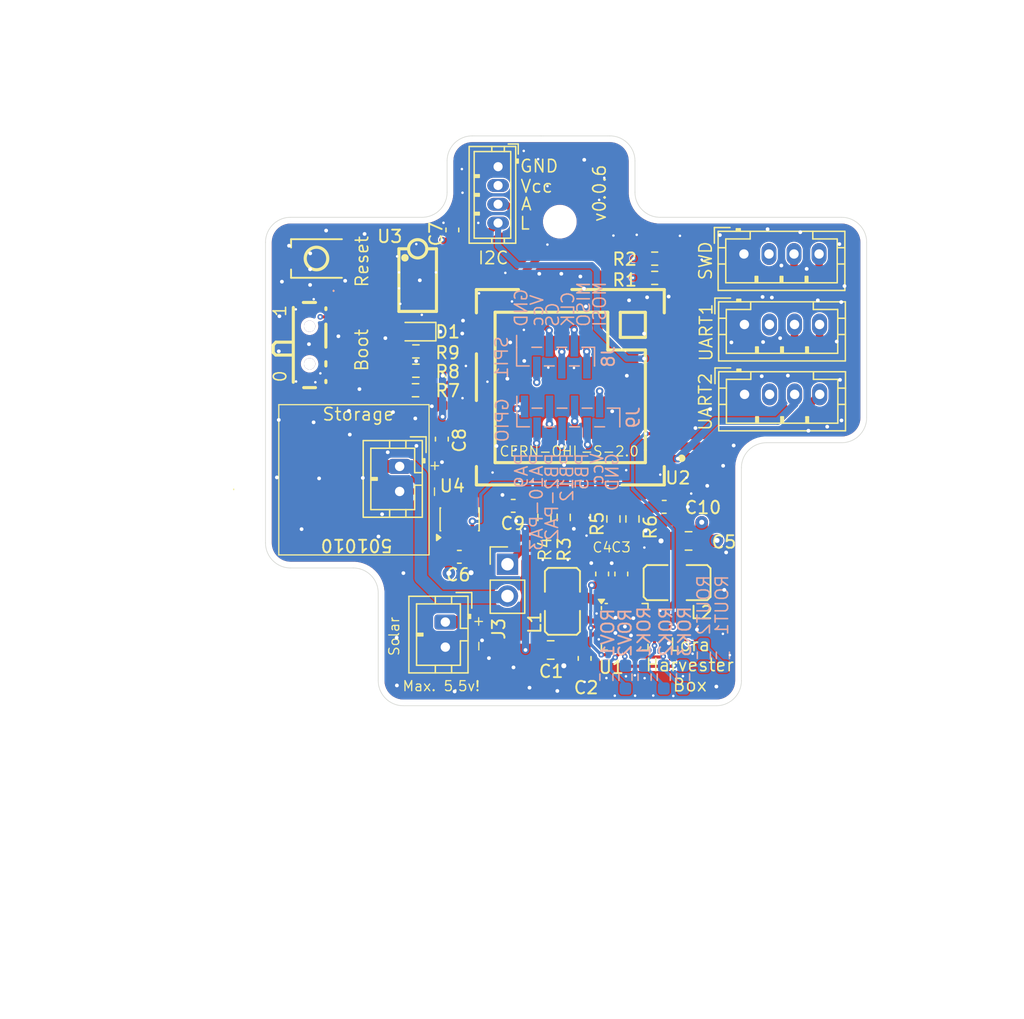
<source format=kicad_pcb>
(kicad_pcb (version 20241229) (generator "pcbnew") (generator_version "9.0")
  (layers (0 "F.Cu" signal "Front") (4 "In1.Cu" signal) (6 "In2.Cu" signal) (2 "B.Cu" signal "Back") (13 "F.Paste" user) (15 "B.Paste" user) (5 "F.SilkS" user "F.Silkscreen") (7 "B.SilkS" user "B.Silkscreen") (1 "F.Mask" user) (3 "B.Mask" user) (25 "Edge.Cuts" user))
  (net 0 "")
  (net 1 "/VBAT")
  (net 2 "GND")
  (net 3 "+3V0")
  (net 4 "/VSTOR")
  (net 5 "/VSOLAR")
  (net 6 "/VBAT_OK")
  (net 7 "Net-(U1-VREF_SAMP)")
  (net 8 "Net-(U1-LBOOST)")
  (net 9 "Net-(U1-LBUCK)")
  (net 10 "Net-(U1-OK_PROG)")
  (net 11 "Net-(U1-OK_HYST)")
  (net 12 "Net-(U1-VRDIV)")
  (net 13 "Net-(U1-VOUT_SET)")
  (net 14 "Net-(U1-VBAT_OV)")
  (net 15 "Net-(BT1-+)")
  (net 16 "Net-(J8-Pin_6)")
  (net 18 "Net-(J9-Pin_5)")
  (net 19 "Net-(J8-Pin_4)")
  (net 20 "Net-(J9-Pin_1)")
  (net 21 "Net-(J8-Pin_3)")
  (net 22 "Net-(J9-Pin_2)")
  (net 23 "Net-(J9-Pin_4)")
  (net 25 "Net-(J9-Pin_6)")
  (net 26 "Net-(J9-Pin_3)")
  (net 27 "Net-(J8-Pin_5)")
  (net 28 "/RST")
  (net 29 "/SWDIO")
  (net 30 "/SWCLK")
  (net 31 "/U1_TX")
  (net 32 "/U1_RX")
  (net 33 "/U2_RX")
  (net 34 "/U2_TX")
  (net 35 "/SCL")
  (net 36 "/SDA")
  (net 37 "/ADC_SOL")
  (net 38 "/ADC_BAT")
  (net 39 "Net-(R7-Pad1)")
  (net 40 "/BOOT")
  (net 41 "Net-(R8-Pad1)")
  (net 42 "Net-(D1-A)")
  (net 43 "Net-(U2-PA8)")
  (net 44 "/Vdd_Input")
  (footprint "Connector_JST:JST_PH_B4B-PH-K_1x04_P2.00mm_Vertical" (layer "F.Cu") (at 139.24 69.56)
    (property "Reference" "J5" (hide yes))
    (property "Value" "Conn_01x04_Socket" (hide yes))
  )
  (footprint "SolarMeshRepeater_Lib:SOIC-8_L5.0-W4.0-P1.27-LS6.0-BL" (layer "F.Cu") (at 113.15 66.014995 -90)
    (property "Reference" "U3")
    (property "Value" "FM24V10-GTR_C466851" (hide yes))
  )
  (footprint "Resistor_SMD:R_0603_1608Metric_Pad0.98x0.95mm_HandSolder" (layer "F.Cu") (at 113.0075 73.25)
    (property "Reference" "R8")
    (property "Value" "100" (hide yes))
  )
  (footprint "Resistor_SMD:R_0603_1608Metric_Pad0.98x0.95mm_HandSolder" (layer "F.Cu") (at 113.01 71.71 180)
    (property "Reference" "R9")
    (property "Value" "330" (hide yes))
  )
  (footprint "Resistor_SMD:R_0603_1608Metric_Pad0.98x0.95mm_HandSolder" (layer "F.Cu") (at 112.98 74.81)
    (property "Reference" "R7")
    (property "Value" "10k" (hide yes))
  )
  (footprint "Capacitor_SMD:C_0603_1608Metric_Pad1.08x0.95mm_HandSolder" (layer "F.Cu") (at 127.88 89.4775 90)
    (property "Reference" "C4")
    (property "Value" "4.7uF" (hide yes))
  )
  (footprint "Capacitor_SMD:C_0603_1608Metric_Pad1.08x0.95mm_HandSolder" (layer "F.Cu") (at 126.48 96.2225 -90)
    (property "Reference" "C2")
    (property "Value" "10nF" (hide yes))
  )
  (footprint "Connector_JST:JST_PH_B4B-PH-K_1x04_P2.00mm_Vertical" (layer "F.Cu") (at 139.2 63.93)
    (property "Reference" "J4" (hide yes))
    (property "Value" "Conn_01x04_Socket" (hide yes))
  )
  (footprint "Package_TO_SOT_SMD:SOT-23-6" (layer "F.Cu") (at 116.5 85.12 90)
    (property "Reference" "U4")
    (property "Value" "TPS22917DBV" (hide yes))
  )
  (footprint "Resistor_SMD:R_0603_1608Metric_Pad0.98x0.95mm_HandSolder" (layer "F.Cu") (at 124.81 84.9625 -90)
    (property "Reference" "R3")
    (property "Value" "500k" (hide yes))
  )
  (footprint "Resistor_SMD:R_0603_1608Metric_Pad0.98x0.95mm_HandSolder" (layer "F.Cu") (at 123.27 84.9625 90)
    (property "Reference" "R4")
    (property "Value" "500k" (hide yes))
  )
  (footprint "Capacitor_SMD:C_0603_1608Metric_Pad1.08x0.95mm_HandSolder" (layer "F.Cu") (at 120.78 84.04)
    (property "Reference" "C9")
    (property "Value" "100nF" (hide yes))
  )
  (footprint "Resistor_SMD:R_0603_1608Metric_Pad0.98x0.95mm_HandSolder" (layer "F.Cu") (at 128.78 85.0875 90)
    (property "Reference" "R5")
    (property "Value" "500k" (hide yes))
  )
  (footprint "Resistor_SMD:R_0603_1608Metric" (layer "F.Cu") (at 132.075 65.84 180)
    (property "Reference" "R1")
    (property "Value" "10k" (hide yes))
  )
  (footprint "Capacitor_SMD:C_0603_1608Metric_Pad1.08x0.95mm_HandSolder" (layer "F.Cu") (at 115.92 62.01 -90)
    (property "Reference" "C7")
    (property "Value" "100nF" (hide yes))
  )
  (footprint "Capacitor_SMD:C_0603_1608Metric_Pad1.08x0.95mm_HandSolder" (layer "F.Cu") (at 129.41 89.48 90)
    (property "Reference" "C3")
    (property "Value" "10nF" (hide yes))
  )
  (footprint "SolarMeshRepeater_Lib:L1210" (layer "F.Cu") (at 124.71 91.66375 90)
    (property "Reference" "L1")
    (property "Value" "22uH" (hide yes))
  )
  (footprint "Connector_PinHeader_2.54mm:PinHeader_1x02_P2.54mm_Vertical" (layer "F.Cu") (at 120.32 88.7)
    (property "Reference" "J3")
    (property "Value" "Conn_01x02_Pin" (hide yes))
  )
  (footprint "Connector_JST:JST_PH_B2B-PH-K_1x02_P2.00mm_Vertical" (layer "F.Cu") (at 115.36 93.32 -90)
    (property "Reference" "J1" (hide yes))
    (property "Value" "Conn_01x02_Pin" (hide yes))
  )
  (footprint "SolarMeshRepeater_Lib:SW-SMD_SSSS811101" (layer "F.Cu") (at 104.97 71.2 -90)
    (property "Reference" "SW1" (hide yes))
    (property "Value" "SSSS811101" (hide yes))
  )
  (footprint "Capacitor_SMD:C_0603_1608Metric_Pad1.08x0.95mm_HandSolder" (layer "F.Cu") (at 132.8375 84.12 180)
    (property "Reference" "C10")
    (property "Value" "100nF" (hide yes))
  )
  (footprint "Connector_JST:JST_ZH_B4B-ZR_1x04_P1.50mm_Vertical" (layer "F.Cu") (at 119.57 56.96 -90)
    (property "Reference" "J7" (hide yes))
    (property "Value" "Conn_01x04_Socket" (hide yes))
  )
  (footprint "SolarMeshRepeater_Lib:SW-SMD_L3.9-W3.0-P4.45" (layer "F.Cu") (at 105.07 64.29)
    (property "Reference" "SW2" (hide yes))
    (property "Value" "TS-1088-AR02016" (hide yes))
  )
  (footprint "Connector_JST:JST_PH_B2B-PH-K_1x02_P2.00mm_Vertical" (layer "F.Cu") (at 111.71 80.89 -90)
    (property "Reference" "J2" (hide yes))
    (property "Value" "Conn_01x02_Pin" (hide yes))
  )
  (footprint "Resistor_SMD:R_0603_1608Metric" (layer "F.Cu") (at 132.075 64.3 180)
    (property "Reference" "R2")
    (property "Value" "10k" (hide yes))
  )
  (footprint "SolarMeshRepeater_Lib:WIRELM-SMD_32P-L15.5-W15.0-P1.00" (layer "F.Cu") (at 125.33 74.59 180)
    (property "Reference" "U2")
    (property "Value" "RAK3172-8-SM-I" (hide yes))
  )
  (footprint "Connector_JST:JST_PH_B4B-PH-K_1x04_P2.00mm_Vertical" (layer "F.Cu") (at 139.25 75.14)
    (property "Reference" "J6" (hide yes))
    (property "Value" "Conn_01x04_Socket" (hide yes))
  )
  (footprint "SolarMeshRepeater_Lib:L1210" (layer "F.Cu") (at 133.86375 90.17)
    (property "Reference" "L2")
    (property "Value" "10uH" (hide yes))
  )
  (footprint "SolarMeshRepeater_Lib:501010" (layer "F.Cu") (at 102.06 81.96 90)
    (property "Reference" "BT1" (hide yes))
    (property "Value" "Battery" (hide yes))
  )
  (footprint "LED_SMD:LED_0603_1608Metric_Pad1.05x0.95mm_HandSolder" (layer "F.Cu") (at 112.945 70.13 180)
    (property "Reference" "D1")
    (property "Value" "LED" (hide yes))
  )
  (footprint "Capacitor_SMD:C_0805_2012Metric_Pad1.18x1.45mm_HandSolder" (layer "F.Cu") (at 123.77 95.55)
    (property "Reference" "C1")
    (property "Value" "4.7uF" (hide yes))
  )
  (footprint "Capacitor_SMD:C_0805_2012Metric_Pad1.18x1.45mm_HandSolder" (layer "F.Cu") (at 134.78 86.84)
    (property "Reference" "C5")
    (property "Value" "10uF" (hide yes))
  )
  (footprint "Capacitor_SMD:C_0603_1608Metric_Pad1.08x0.95mm_HandSolder" (layer "F.Cu") (at 115.08 78.7125 -90)
    (property "Reference" "C8")
    (property "Value" "100nF" (hide yes))
  )
  (footprint "MountingHole:MountingHole_2.2mm_M2" (layer "F.Cu") (at 124.5 61.35)
    (property "Reference" "H1" (hide yes))
    (property "Value" "MountingHole" (hide yes))
  )
  (footprint "Resistor_SMD:R_0603_1608Metric_Pad0.98x0.95mm_HandSolder" (layer "F.Cu") (at 130.3 85.0875 -90)
    (property "Reference" "R6")
    (property "Value" "500k" (hide yes))
  )
  (footprint "Capacitor_SMD:C_0603_1608Metric_Pad1.08x0.95mm_HandSolder" (layer "F.Cu") (at 116.4775 88.11 180)
    (property "Reference" "C6")
    (property "Value" "1uF" (hide yes))
  )
  (footprint "Package_DFN_QFN:QFN-20-1EP_3.5x3.5mm_P0.5mm_EP2x2mm" (layer "F.Cu") (at 129.68125 93.7)
    (property "Reference" "U1")
    (property "Value" "BQ25570" (hide yes))
  )
  (footprint "Resistor_SMD:R_0603_1608Metric_Pad0.98x0.95mm_HandSolder" (layer "B.Cu") (at 131.27 97.72 -90)
    (property "Reference" "ROK1")
    (property "Value" "4.3M" (hide yes))
  )
  (footprint "Resistor_SMD:R_0603_1608Metric_Pad0.98x0.95mm_HandSolder" (layer "B.Cu") (at 132.8 97.7125 -90)
    (property "Reference" "ROK2")
    (property "Value" "6.8M" (hide yes))
  )
  (footprint "Connector_PinHeader_1.00mm:PinHeader_1x06_P1.00mm_Vertical_SMD_Pin1Left" (layer "B.Cu") (at 124.16 72.125 -90)
    (property "Reference" "J8")
    (property "Value" "Conn_01x06_Socket" (hide yes))
  )
  (footprint "Resistor_SMD:R_0603_1608Metric_Pad0.98x0.95mm_HandSolder" (layer "B.Cu") (at 128.22 97.7225 -90)
    (property "Reference" "ROV1")
    (property "Value" "3.9M" (hide yes))
  )
  (footprint "Resistor_SMD:R_0603_1608Metric_Pad0.98x0.95mm_HandSolder" (layer "B.Cu") (at 137.52 95.975 90)
    (property "Reference" "ROUT1")
    (property "Value" "5.1M" (hide yes))
  )
  (footprint "Resistor_SMD:R_0603_1608Metric_Pad0.98x0.95mm_HandSolder" (layer "B.Cu") (at 134.34 97.71 -90)
    (property "Reference" "ROK3")
    (property "Value" "1.9M" (hide yes))
  )
  (footprint "Resistor_SMD:R_0603_1608Metric_Pad0.98x0.95mm_HandSolder" (layer "B.Cu") (at 129.74 97.72 -90)
    (property "Reference" "ROV2")
    (property "Value" "5.1M" (hide yes))
  )
  (footprint "Connector_PinHeader_1.00mm:PinHeader_1x08_P1.00mm_Vertical_SMD_Pin1Left" (layer "B.Cu") (at 125.18 76.985 -90)
    (property "Reference" "J9")
    (property "Value" "Conn_01x08_Socket" (hide yes))
  )
  (footprint "Resistor_SMD:R_0603_1608Metric_Pad0.98x0.95mm_HandSolder" (layer "B.Cu") (at 136 95.9775 90)
    (property "Reference" "ROUT2")
    (property "Value" "7.5M" (hide yes))
  )
  (gr_poly (pts (xy 133.06 91.49) (xy 133.08 88.2) (xy 130.66 88.15375) (xy 130.664775 92.33) (xy 130.73375 92.33) (xy 131.1 92.23) (xy 131.63 92.02)) (stroke (width 0.254)) (fill yes) (layer "F.Cu") (net 9))
  (gr_poly (pts (xy 131.01 93.173548) (xy 132.568429 93.186116) (xy 134.350206 92.365101) (xy 134.354801 92.376937) (xy 134.456541 88.28475) (xy 136.63375 88.22) (xy 136.603785 93.214219) (xy 131.01 93.26)) (stroke (width 0.254)) (fill yes) (layer "F.Cu") (net 3))
  (gr_poly (pts (xy 128.659843 91.543968) (xy 128.579843 91.533968) (xy 128.042278 91.517169) (xy 126.329843 90.963968) (xy 126.289843 89.043968) (xy 123.473578 89.027718) (xy 123.079843 89.023968) (xy 123.08 91.48) (xy 126.24 91.52) (xy 127.28 91.84) (xy 128.699843 92.343968) (xy 128.709843 91.563968)) (stroke (width 0.254)) (fill yes) (layer "F.Cu") (net 8))
  (gr_poly (pts (xy 126.973534 93.149245) (xy 126.12 92.46) (xy 123.162713 92.44549) (xy 123.131681 94.325423) (xy 126.331681 94.319173) (xy 126.321681 93.315423) (xy 128.371681 93.295423) (xy 128.371681 93.205423)) (stroke (width 0.254)) (fill yes) (layer "F.Cu") (net 5))
  (gr_line (start 98.46 82.75) (end 98.46 82.7) (stroke (width 0.1)) (layer "F.SilkS"))
  (gr_arc (start 112 100) (mid 110.585786 99.414214) (end 110 98) (stroke (width 0.05)) (layer "Edge.Cuts"))
  (gr_arc (start 115.5 56.5) (mid 116.085786 55.085786) (end 117.5 54.5) (stroke (width 0.05)) (layer "Edge.Cuts"))
  (gr_line (start 139 98) (end 139 81) (stroke (width 0.05)) (layer "Edge.Cuts"))
  (gr_line (start 101 87) (end 101 63) (stroke (width 0.05)) (layer "Edge.Cuts"))
  (gr_arc (start 132.5 61) (mid 131.085786 60.414214) (end 130.5 59) (stroke (width 0.05)) (layer "Edge.Cuts"))
  (gr_line (start 112 100) (end 137 100) (stroke (width 0.05)) (layer "Edge.Cuts"))
  (gr_line (start 117.5 54.5) (end 123 54.5) (stroke (width 0.05)) (layer "Edge.Cuts"))
  (gr_line (start 108 89) (end 103 89) (stroke (width 0.05)) (layer "Edge.Cuts"))
  (gr_arc (start 128.5 54.5) (mid 129.914214 55.085786) (end 130.5 56.5) (stroke (width 0.05)) (layer "Edge.Cuts"))
  (gr_arc (start 149 77) (mid 148.414214 78.414214) (end 147 79) (stroke (width 0.05)) (layer "Edge.Cuts"))
  (gr_arc (start 147 61) (mid 148.414214 61.585786) (end 149 63) (stroke (width 0.05)) (layer "Edge.Cuts"))
  (gr_line (start 115.5 59) (end 115.5 56.5) (stroke (width 0.05)) (layer "Edge.Cuts"))
  (gr_line (start 103 61) (end 113.5 61) (stroke (width 0.05)) (layer "Edge.Cuts"))
  (gr_arc (start 101 63) (mid 101.585786 61.585786) (end 103 61) (stroke (width 0.05)) (layer "Edge.Cuts"))
  (gr_arc (start 115.5 59) (mid 114.914214 60.414214) (end 113.5 61) (stroke (width 0.05)) (layer "Edge.Cuts"))
  (gr_line (start 110 98) (end 110 91) (stroke (width 0.05)) (layer "Edge.Cuts"))
  (gr_line (start 123 54.5) (end 128.5 54.5) (stroke (width 0.05)) (layer "Edge.Cuts"))
  (gr_line (start 147 61) (end 132.5 61) (stroke (width 0.05)) (layer "Edge.Cuts"))
  (gr_line (start 141 79) (end 147 79) (stroke (width 0.05)) (layer "Edge.Cuts"))
  (gr_arc (start 103 89) (mid 101.585786 88.414214) (end 101 87) (stroke (width 0.05)) (layer "Edge.Cuts"))
  (gr_arc (start 108 89) (mid 109.414214 89.585786) (end 110 91) (stroke (width 0.05)) (layer "Edge.Cuts"))
  (gr_line (start 149 77) (end 149 63) (stroke (width 0.05)) (layer "Edge.Cuts"))
  (gr_line (start 130.5 56.5) (end 130.5 59) (stroke (width 0.05)) (layer "Edge.Cuts"))
  (gr_arc (start 139 81) (mid 139.585786 79.585786) (end 141 79) (stroke (width 0.05)) (layer "Edge.Cuts"))
  (gr_arc (start 139 98) (mid 138.414214 99.414214) (end 137 100) (stroke (width 0.05)) (layer "Edge.Cuts"))
  (gr_text "Boot" (at 109.27 73.38 90) (layer "F.SilkS") (effects (font (size 1 1) (thickness 0.125)) (justify left bottom)))
  (gr_text "-" (at 114.9 83.47 90) (layer "F.SilkS") (effects (font (size 0.8 0.8) (thickness 0.1)) (justify left bottom)))
  (gr_text "Lora\nHarvester\nBox" (at 134.88 98.94 0) (layer "F.SilkS") (effects (font (size 1 1) (thickness 0.125)) (justify bottom)))
  (gr_text "0" (at 102.75 74.26 90) (layer "F.SilkS") (effects (font (size 1 1) (thickness 0.125)) (justify left bottom)))
  (gr_text "1" (at 102.73 69.03 90) (layer "F.SilkS") (effects (font (size 1 1) (thickness 0.125)) (justify left bottom)))
  (gr_text "Max. 5.5v!" (at 111.88 98.9 0) (layer "F.SilkS") (effects (font (size 0.8 0.8) (thickness 0.1)) (justify left bottom)))
  (gr_text "CERN-OHL-S-2.0" (at 119.62 80.16 0) (layer "F.SilkS") (effects (font (size 0.8 0.8) (thickness 0.1)) (justify left bottom)))
  (gr_text "Solar" (at 111.74 96.09 90) (layer "F.SilkS") (effects (font (size 0.8 0.8) (thickness 0.1)) (justify left bottom)))
  (gr_text "Storage" (at 105.47 77.31 0) (layer "F.SilkS") (effects (font (size 1 1) (thickness 0.125)) (justify left bottom)))
  (gr_text "SWD" (at 136.72 66.1 90) (layer "F.SilkS") (effects (font (size 1 1) (thickness 0.125)) (justify left bottom)))
  (gr_text "+" (at 117.46 93.68 0) (layer "F.SilkS") (effects (font (size 0.8 0.8) (thickness 0.1)) (justify left bottom)))
  (gr_text "v0.0.6" (at 128.25 61.45 90) (layer "F.SilkS") (effects (font (size 1 1) (thickness 0.125)) (justify left bottom)))
  (gr_text "I2C" (at 117.89 64.83 0) (layer "F.SilkS") (effects (font (size 1 1) (thickness 0.125)) (justify left bottom)))
  (gr_text "UART2" (at 136.71 78.12 90) (layer "F.SilkS") (effects (font (size 1 1) (thickness 0.125)) (justify left bottom)))
  (gr_text "UART1" (at 136.77 72.58 90) (layer "F.SilkS") (effects (font (size 1 1) (thickness 0.125)) (justify left bottom)))
  (gr_text "GND" (at 121.24 57.5 0) (layer "F.SilkS") (effects (font (size 1 1) (thickness 0.125)) (justify left bottom)))
  (gr_text "Reset" (at 109.29 66.67 90) (layer "F.SilkS") (effects (font (size 1 1) (thickness 0.125)) (justify left bottom)))
  (gr_text "-" (at 118.44 95.8 90) (layer "F.SilkS") (effects (font (size 0.8 0.8) (thickness 0.1)) (justify left bottom)))
  (gr_text "L" (at 121.21 62.06 0) (layer "F.SilkS") (effects (font (size 1 1) (thickness 0.125)) (justify left bottom)))
  (gr_text "Vcc" (at 121.28 59.11 0) (layer "F.SilkS") (effects (font (size 1 1) (thickness 0.125)) (justify left bottom)))
  (gr_text "+" (at 114.93 81.4 90) (layer "F.SilkS") (effects (font (size 0.8 0.8) (thickness 0.1)) (justify left bottom)))
  (gr_text "A" (at 121.32 60.53 0) (layer "F.SilkS") (effects (font (size 1 1) (thickness 0.125)) (justify left bottom)))
  (gr_text "GND" (at 129.27 79.74 90) (layer "B.SilkS") (effects (font (size 1 1) (thickness 0.125)) (justify left bottom mirror)))
  (gr_text "SPI1" (at 120.44 70.41 90) (layer "B.SilkS") (effects (font (size 1 1) (thickness 0.125)) (justify left bottom mirror)))
  (gr_text "PA9" (at 122.02 79.74 90) (layer "B.SilkS") (effects (font (size 1 1) (thickness 0.125)) (justify left bottom mirror)))
  (gr_text "MOSI" (at 128.26 66.043334 90) (layer "B.SilkS") (effects (font (size 1 1) (thickness 0.125)) (justify left bottom mirror)))
  (gr_text "PB12" (at 125.65 79.74 90) (layer "B.SilkS") (effects (font (size 1 1) (thickness 0.125)) (justify left bottom mirror)))
  (gr_text "CLK" (at 125.73 66.852857 90) (layer "B.SilkS") (effects (font (size 1 1) (thickness 0.125)) (justify left bottom mirror)))
  (gr_text "Vcc" (at 128.06 79.74 90) (layer "B.SilkS") (effects (font (size 1 1) (thickness 0.125)) (justify left bottom mirror)))
  (gr_text "." (at 106.69 67.015 0) (layer "B.SilkS") (effects (font (size 0.8 0.8) (thickness 0.1)) (justify left bottom mirror)))
  (gr_text "PB5" (at 126.86 79.74 90) (layer "B.SilkS") (effects (font (size 1 1) (thickness 0.125)) (justify left bottom mirror)))
  (gr_text "GND" (at 122 66.614762 90) (layer "B.SilkS") (effects (font (size 1 1) (thickness 0.125)) (justify left bottom mirror)))
  (gr_text "GPIO" (at 120.49 75.36 90) (layer "B.SilkS") (effects (font (size 1 1) (thickness 0.125)) (justify left bottom mirror)))
  (gr_text "CS" (at 124.51 67.71 90) (layer "B.SilkS") (effects (font (size 1 1) (thickness 0.125)) (justify left bottom mirror)))
  (gr_text "Vcc" (at 123.26 67.090952 90) (layer "B.SilkS") (effects (font (size 1 1) (thickness 0.125)) (justify left bottom mirror)))
  (gr_text "PB2-PA2" (at 124.45 79.74 90) (layer "B.SilkS") (effects (font (size 1 1) (thickness 0.125)) (justify left bottom mirror)))
  (gr_text "MISO" (at 126.99 66.043334 90) (layer "B.SilkS") (effects (font (size 1 1) (thickness 0.125)) (justify left bottom mirror)))
  (gr_text "PA10-PA3" (at 123.22 79.74 90) (layer "B.SilkS") (effects (font (size 1 1) (thickness 0.125)) (justify left bottom mirror)))
  (segment (start 128.76 87.41) (end 121.61 87.41) (width 0.6) (layer "F.Cu") (net 1))
  (segment (start 130.22 91.07) (end 130.22 87.43) (width 0.25) (layer "F.Cu") (net 1))
  (segment (start 128.78 87.39) (end 128.76 87.41) (width 0.6) (layer "F.Cu") (net 1))
  (segment (start 128.78 86) (end 128.78 87.39) (width 0.6) (layer "F.Cu") (net 1))
  (segment (start 121.61 87.41) (end 120.32 88.7) (width 0.6) (layer "F.Cu") (net 1))
  (segment (start 130.22 87.41) (end 130.23 87.42) (width 0.6) (layer "F.Cu") (net 1))
  (segment (start 129.68125 92.0125) (end 129.68125 91.60875) (width 0.25) (layer "F.Cu") (net 1))
  (segment (start 129.68125 91.60875) (end 130.22 91.07) (width 0.25) (layer "F.Cu") (net 1))
  (segment (start 130.22 87.43) (end 130.23 87.42) (width 0.25) (layer "F.Cu") (net 1))
  (segment (start 129.81 87.41) (end 130.22 87.41) (width 0.6) (layer "F.Cu") (net 1))
  (segment (start 128.76 87.41) (end 129.81 87.41) (width 0.6) (layer "F.Cu") (net 1))
  (segment (start 130.18125 92.8175) (end 130.3725 93.00875) (width 0.254) (layer "F.Cu") (net 2))
  (segment (start 103.42 74.13) (end 103.44 74.11) (width 0.25) (layer "F.Cu") (net 2))
  (segment (start 130.3 86) (end 131.32 86) (width 0.6) (layer "F.Cu") (net 2))
  (segment (start 111.644995 65.384995) (end 111.66 65.4) (width 0.5) (layer "F.Cu") (net 2))
  (segment (start 105.26 83.61) (end 108.89 83.61) (width 1) (layer "F.Cu") (net 2))
  (segment (start 132.52 92.46) (end 132.27 92.71) (width 0.254) (layer "F.Cu") (net 2))
  (segment (start 127.99375 94.7) (end 127.61 94.7) (width 0.254) (layer "F.Cu") (net 2))
  (segment (start 133.7 84.12) (end 134.72 84.12) (width 0.6) (layer "F.Cu") (net 2))
  (segment (start 105.62 74.81) (end 104.98 74.17) (width 0.5) (layer "F.Cu") (net 2))
  (segment (start 119.9175 83.1725) (end 119.92 83.17) (width 0.6) (layer "F.Cu") (net 2))
  (segment (start 102.89 64.29) (end 102.89 63.28) (width 0.5) (layer "F.Cu") (net 2))
  (segment (start 110.44 65.384995) (end 111.644995 65.384995) (width 0.5) (layer "F.Cu") (net 2))
  (segment (start 130.68125 92.7) (end 130.3725 93.00875) (width 0.254) (layer "F.Cu") (net 2))
  (segment (start 132.52 92.42) (end 132.52 92.46) (width 0.254) (layer "F.Cu") (net 2))
  (segment (start 110.44 67.914995) (end 111.755005 67.914995) (width 0.5) (layer "F.Cu") (net 2))
  (segment (start 119.9175 84.04) (end 119.9175 83.1725) (width 0.6) (layer "F.Cu") (net 2))
  (segment (start 116.035 79.575) (end 115.08 79.575) (width 0.6) (layer "F.Cu") (net 2))
  (segment (start 127.88 88.615) (end 127.015 88.615) (width 0.6) (layer "F.Cu") (net 2))
  (segment (start 130.18125 94.39) (end 130.18125 95.3875) (width 0.25) (layer "F.Cu") (net 2))
  (segment (start 116.5 86.2575) (end 116.5 87.27) (width 0.6) (layer "F.Cu") (net 2))
  (segment (start 104.86 67.55) (end 104.85 67.54) (width 0.25) (layer "F.Cu") (net 2))
  (segment (start 109.61 82.89) (end 111.71 82.89) (width 1) (layer "F.Cu") (net 2))
  (segment (start 116.77 69.25) (end 118.02 69.25) (width 0.6) (layer "F.Cu") (net 2))
  (segment (start 131.36875 92.7) (end 130.68125 92.7) (width 0.254) (layer "F.Cu") (net 2))
  (segment (start 108.89 83.61) (end 109.61 82.89) (width 1) (layer "F.Cu") (net 2))
  (segment (start 116.34 79.27) (end 116.035 79.575) (width 0.6) (layer "F.Cu") (net 2))
  (segment (start 127.435 92.635) (end 127.5 92.7) (width 0.254) (layer "F.Cu") (net 2))
  (segment (start 126.48 97.085) (end 126.48 98.1) (width 0.6) (layer "F.Cu") (net 2))
  (segment (start 102.89 63.28) (end 102.88 63.27) (width 0.5) (layer "F.Cu") (net 2))
  (segment (start 117.41 89.38) (end 117.34 89.31) (width 0.6) (layer "F.Cu") (net 2))
  (segment (start 125.62 85.875) (end 124.81 85.875) (width 0.5) (layer "F.Cu") (net 2))
  (segment (start 103.42 74.85) (end 103.42 74.13) (width 0.25) (layer "F.Cu") (net 2))
  (segment (start 130.18125 92.0125) (end 130.18125 93.2) (width 0.25) (layer "F.Cu") (net 2))
  (segment (start 116.72 70.27) (end 116.71 70.28) (width 0.6) (layer "F.Cu") (net 2))
  (segment (start 131.32 86) (end 131.35 86.03) (width 0.6) (layer "F.Cu") (net 2))
  (segment (start 127.5 92.7) (end 127.99375 92.7) (width 0.254) (layer "F.Cu") (net 2))
  (segment (start 115.08 79.575) (end 115.08 80.54) (width 0.6) (layer "F.Cu") (net 2))
  (segment (start 132.62 70.27) (end 131.25 70.27) (width 0.5) (layer "F.Cu") (net 2))
  (segment (start 119.43 79.27) (end 119.44 79.26) (width 0.6) (layer "F.Cu") (net 2))
  (segment (start 124.83 80.79) (end 124.84 80.78) (width 0.6) (layer "F.Cu") (net 2))
  (segment (start 110.44 64.104995) (end 111.494995 64.104995) (width 0.5) (layer "F.Cu") (net 2))
  (segment (start 127.015 88.615) (end 127.01 88.61) (width 0.25) (layer "F.Cu") (net 2))
  (segment (start 111.755005 67.914995) (end 111.76 67.91) (width 0.5) (layer "F.Cu") (net 2))
  (segment (start 116.5 87.27) (end 117.34 88.11) (width 0.6) (layer "F.Cu") (net 2))
  (segment (start 117.34 89.31) (end 117.34 88.11) (width 0.6) (layer "F.Cu") (net 2))
  (segment (start 111.494995 64.104995) (end 111.51 64.12) (width 0.5) (layer "F.Cu") (net 2))
  (segment (start 114.95 70.12) (end 114.96 70.13) (width 0.5) (layer "F.Cu") (net 2))
  (segment (start 115.08 80.54) (end 115.09 80.55) (width 0.6) (layer "F.Cu") (net 2))
  (segment (start 115.5025 61.1475) (end 115.21 61.44) (width 0.6) (layer "F.Cu") (net 2))
  (segment (start 110.44 66.644995) (end 111.634995 66.644995) (width 0.5) (layer "F.Cu") (net 2))
  (segment (start 127.843295 94.7) (end 127.99375 94.7) (width 0.254) (layer "F.Cu") (net 2))
  (segment (start 131.25 70.27) (end 131.23 70.29) (width 0.5) (layer "F.Cu") (net 2))
  (segment (start 132.27 92.71) (end 131.83 92.71) (width 0.254) (layer "F.Cu") (net 2))
  (segment (start 131.82 92.7) (end 131.36875 92.7) (width 0.254) (layer "F.Cu") (net 2))
  (segment (start 118.04 70.27) (end 116.72 70.27) (width 0.6) (layer "F.Cu") (net 2))
  (segment (start 105.62 67.55) (end 104.86 67.55) (width 0.25) (layer "F.Cu") (net 2))
  (segment (start 127.99375 92.7) (end 128.68125 92.7) (width 0.254) (layer "F.Cu") (net 2))
  (segment (start 115.86 65.384995) (end 114.625005 65.384995) (width 0.5) (layer "F.Cu") (net 2))
  (segment (start 133.7425 86.84) (end 132.58 86.84) (width 1) (layer "F.Cu") (net 2))
  (segment (start 128.68125 92.7) (end 128.9525 92.97125) (width 0.254) (layer "F.Cu") (net 2))
  (segment (start 124.83 82.16) (end 124.83 80.79) (width 0.6) (layer "F.Cu") (net 2))
  (segment (start 111.634995 66.644995) (end 111.66 66.67) (width 0.5) (layer "F.Cu") (net 2))
  (segment (start 114.625005 65.384995) (end 114.61 65.4) (width 0.5) (layer "F.Cu") (net 2))
  (segment (start 106.52 73.45) (end 105.39 73.45) (width 0.25) (layer "F.Cu") (net 2))
  (segment (start 128.68125 94.7) (end 129.68125 93.7) (width 0.254) (layer "F.Cu") (net 2))
  (segment (start 118.04 79.27) (end 119.43 79.27) (width 0.6) (layer "F.Cu") (net 2))
  (segment (start 131.83 92.71) (end 131.82 92.7) (width 0.254) (layer "F.Cu") (net 2))
  (segment (start 128.64 88.6175) (end 127.8825 88.6175) (width 0.6) (layer "F.Cu") (net 2))
  (segment (start 124.8075 95.55) (end 124.8075 96.7975) (width 1) (layer "F.Cu") (net 2))
  (segment (start 103.42 67.55) (end 103.42 68.35) (width 0.25) (layer "F.Cu") (net 2))
  (segment (start 129.41 88.6175) (end 128.64 88.6175) (width 0.6) (layer "F.Cu") (net 2))
  (segment (start 124.8075 96.7975) (end 124.82 96.81) (width 1) (layer "F.Cu") (net 2))
  (segment (start 118.04 79.27) (end 116.34 79.27) (width 0.6) (layer "F.Cu") (net 2))
  (segment (start 115.92 61.1475) (end 115.5025 61.1475) (width 0.6) (layer "F.Cu") (net 2))
  (segment (start 127.99375 94.7) (end 128.68125 94.7) (width 0.254) (layer "F.Cu") (net 2))
  (segment (start 105.39 73.45) (end 105.38 73.46) (width 0.25) (layer "F.Cu") (net 2))
  (segment (start 113.87 70.12) (end 114.95 70.12) (width 0.5) (layer "F.Cu") (net 2))
  (via (at 119.92 83.17) (size 0.6) (drill 0.3) (layers "F.Cu" "B.Cu") (net 2))
  (via (at 120.68 67.72) (size 0.45) (drill 0.2) (layers "F.Cu" "B.Cu") (net 2))
  (via (at 115.21 61.44) (size 0.45) (drill 0.2) (layers "F.Cu" "B.Cu") (net 2))
  (via (at 104.57 63.88) (size 0.6) (drill 0.3) (layers "F.Cu" "B.Cu") (net 2))
  (via (at 116.77 69.25) (size 0.6) (drill 0.3) (layers "F.Cu" "B.Cu") (net 2))
  (via (at 121.63 69.99) (size 0.45) (drill 0.2) (layers "F.Cu" "B.Cu") (net 2))
  (via (at 116.71 70.28) (size 0.6) (drill 0.3) (layers "F.Cu" "B.Cu") (net 2))
  (via (at 145.1 67.63) (size 0.6) (drill 0.3) (layers "F.Cu" "B.Cu") (net 2))
  (via (at 126.48 98.1) (size 0.45) (drill 0.2) (layers "F.Cu" "B.Cu") (net 2))
  (via (at 119.44 79.26) (size 0.6) (drill 0.3) (layers "F.Cu" "B.Cu") (net 2))
  (via (at 122.86 65.51) (size 0.6) (drill 0.3) (layers "F.Cu" "B.Cu") (net 2))
  (via (at 135.1 95.85) (size 0.45) (drill 0.2) (layers "F.Cu" "B.Cu") (net 2))
  (via (at 104.56 66.4) (size 0.6) (drill 0.3) (layers "F.Cu" "B.Cu") (net 2))
  (via (at 102.06 71.7) (size 0.6) (drill 0.3) (layers "F.Cu" "B.Cu") (net 2))
  (via (at 124.3 98.82) (size 0.6) (drill 0.3) (layers "F.Cu" "B.Cu") (net 2))
  (via (at 137.78 87.76) (size 0.6) (drill 0.3) (layers "F.Cu" "B.Cu") (net 2))
  (via (at 118.72 74.13) (size 0.45) (drill 0.2) (layers "F.Cu" "B.Cu") (net 2))
  (via (at 130.51 99.2) (size 0.45) (drill 0.2) (layers "F.Cu" "B.Cu") (net 2))
  (via (at 113.03 72.48) (size 0.6) (drill 0.3) (layers "F.Cu" "B.Cu") (net 2))
  (via (at 137 98.47) (size 0.6) (drill 0.3) (layers "F.Cu" "B.Cu") (net 2))
  (via (at 136.27 82.44) (size 0.6) (drill 0.3) (layers "F.Cu" "B.Cu") (net 2))
  (via (at 131.27 97.8) (size 0.45) (drill 0.2) (layers "F.Cu" "B.Cu") (net 2))
  (via (at 127.435 92.635) (size 0.45) (drill 0.2) (layers "F.Cu" "B.Cu") (net 2))
  (via (at 140.73 70.96) (size 0.6) (drill 0.3) (layers "F.Cu" "B.Cu") (net 2))
  (via (at 102.31 66.14) (size 0.6) (drill 0.3) (layers "F.Cu" "B.Cu") (net 2))
  (via (at 142.09 70.65) (size 0.6) (drill 0.3) (layers "F.Cu" "B.Cu") (net 2))
  (via (at 102.06 77.18) (size 0.6) (drill 0.3) (layers "F.Cu" "B.Cu") (net 2))
  (via (at 143.7 62.19) (size 0.6) (drill 0.3) (layers "F.Cu" "B.Cu") (net 2))
  (via (at 126.14 65.73) (size 0.6) (drill 0.3) (layers "F.Cu" "B.Cu") (net 2))
  (via (at 123.51 63.18) (size 0.45) (drill 0.2) (layers "F.Cu" "B.Cu") (net 2))
  (via (at 146.87 73.98) (size 0.6) (drill 0.3) (layers "F.Cu" "B.Cu") (net 2))
  (via (at 129.85 73.65) (size 0.6) (drill 0.3) (layers "F.Cu" "B.Cu") (net 2))
  (via (at 128.78 62.46) (size 0.45) (drill 0.2) (layers "F.Cu" "B.Cu") (net 2))
  (via (at 129.6975 93.68375) (size 0.5) (drill 0.3) (layers "F.Cu" "B.Cu") (net 2))
  (via (at 144.21 65.12) (size 0.6) (drill 0.3) (layers "F.Cu" "B.Cu") (net 2))
  (via (at 138.08 95.96) (size 0.45) (drill 0.2) (layers "F.Cu" "B.Cu") (net 2))
  (via (at 105.84 62.06) (size 0.6) (drill 0.3) (layers "F.Cu" "B.Cu") (net 2))
  (via (at 130.03 67.63) (size 0.6) (drill 0.3) (layers "F.Cu" "B.Cu") (net 2))
  (via (at 125.62 85.875) (size 0.6) (drill 0.3) (layers "F.Cu" "B.Cu") (net 2))
  (via (at 121.01 85.24) (size 0.6) (drill 0.3) (layers "F.Cu" "B.Cu") (net 2))
  (via (at 138.2 70.99) (size 0.6) (drill 0.3) (layers "F.Cu" "B.Cu") (net 2))
  (via (at 128.05 57.85) (size 0.45) (drill 0.2) (layers "F.Cu" "B.Cu") (net 2))
  (via (at 122.08 98.56) (size 0.6) (drill 0.3) (layers "F.Cu" "B.Cu") (net 2))
  (via (at 127.01 88.61) (size 0.6) (drill 0.3) (layers "F.Cu" "B.Cu") (net 2))
  (via (at 128.9525 92.97125) (size 0.5) (drill 0.3) (layers "F.Cu" "B.Cu") (net 2))
  (via (at 131.47 67.39) (size 0.6) (drill 0.3) (layers "F.Cu" "B.Cu") (net 2))
  (via (at 131.35 86.03) (size 0.6) (drill 0.3) (layers "F.Cu" "B.Cu") (net 2))
  (via (at 133.19 67.33) (size 0.6) (drill 0.3) (layers "F.Cu" "B.Cu") (net 2))
  (via (at 142.19 64.85) (size 0.6) (drill 0.3) (layers "F.Cu" "B.Cu") (net 2))
  (via (at 120.15 65.44) (size 0.45) (drill 0.2) (layers "F.Cu" "B.Cu") (net 2))
  (via (at 140.69 67.36) (size 0.6) (drill 0.3) (layers "F.Cu" "B.Cu") (net 2))
  (via (at 110.31 84.71) (size 0.6) (drill 0.3) (layers "F.Cu" "B.Cu") (net 2))
  (via (at 104.85 67.54) (size 0.45) (drill 0.2) (layers "F.Cu" "B.Cu") (net 2))
  (via (at 128.68 76.49) (size 0.6) (drill 0.3) (layers "F.Cu" "B.Cu") (net 2))
  (via (at 123.58 73) (size 0.45) (drill 0.2) (layers "F.Cu" "B.Cu") (net 2))
  (via (at 116.73 59.04) (size 0.45) (drill 0.2) (layers "F.Cu" "B.Cu") (net 2))
  (via (at 130.64 62.4) (size 0.45) (drill 0.2) (layers "F.Cu" "B.Cu") (net 2))
  (via (at 134.33 97.64) (size 0.45) (drill 0.2) (layers "F.Cu" "B.Cu") (net 2))
  (via (at 129.78 97.65) (size 0.45) (drill 0.2) (layers "F.Cu" "B.Cu") (net 2))
  (via (at 102.88 63.27) (size 0.6) (drill 0.3) (layers "F.Cu" "B.Cu") (net 2))
  (via (at 113.05 79.25) (size 0.6) (drill 0.3) (layers "F.Cu" "B.Cu") (net 2))
  (via (at 134.72 84.12) (size 0.6) (drill 0.3) (layers "F.Cu" "B.Cu") (net 2))
  (via (at 135.33 77.83) (size 0.6) (drill 0.3) (layers "F.Cu" "B.Cu") (net 2))
  (via (at 110.57 70.65) (size 0.6) (drill 0.3) (layers "F.Cu" "B.Cu") (net 2))
  (via (at 145.85 77.72) (size 0.6) (drill 0.3) (layers "F.Cu" "B.Cu") (net 2))
  (via (at 113.04 63.14) (size 0.45) (drill 0.2) (layers "F.Cu" "B.Cu") (net 2))
  (via (at 128.64 88.6175) (size 0.6) (drill 0.3) (layers "F.Cu" "B.Cu") (net 2))
  (via (at 130.18125 94.39) (size 0.5) (drill 0.3) (layers "F.Cu" "B.Cu") (net 2))
  (via (at 126.45 56.41) (size 0.6) (drill 0.3) (layers "F.Cu" "B.Cu") (net 2))
  (via (at 127.64 59.61) (size 0.45) (drill 0.2) (layers "F.Cu" "B.Cu") (net 2))
  (via (at 120.54 70.99) (size 0.6) (drill 0.3) (layers "F.Cu" "B.Cu") (net 2))
  (via (at 114.28 76.09) (size 0.6) (drill 0.3) (layers "F.Cu" "B.Cu") (net 2))
  (via (at 146.99 77.22) (size 0.6) (drill 0.3) (layers "F.Cu" "B.Cu") (net 2))
  (via (at 142.71 73.64) (size 0.6) (drill 0.3) (layers "F.Cu" "B.Cu") (net 2))
  (via (at 103.42 68.35) (size 0.45) (drill 0.2) (layers "F.Cu" "B.Cu") (net 2))
  (via (at 105.38 73.46) (size 0.45) (drill 0.2) (layers "F.Cu" "B.Cu") (net 2))
  (via (at 122.77 56.36) (size 0.45) (drill 0.2) (layers "F.Cu" "B.Cu") (net 2))
  (via (at 131.25 87.37) (size 0.45) (drill 0.2) (layers "F.Cu" "B.Cu") (net 2))
  (via (at 124.62 65.51) (size 0.6) (drill 0.3) (layers "F.Cu" "B.Cu") (net 2))
  (via (at 119.13 81.38) (size 0.45) (drill 0.2) (layers "F.Cu" "B.Cu") (net 2))
  (via (at 141.09 61.95) (size 0.6) (drill 0.3) (layers "F.Cu" "B.Cu") (net 2))
  (via (at 108.91 62.33) (size 0.6) (drill 0.3) (layers "F.Cu" "B.Cu") (net 2))
  (via (at 146.82 63.14) (size 0.6) (drill 0.3) (layers "F.Cu" "B.Cu") (net 2))
  (via (at 108.77 81.81) (size 0.6) (drill 0.3) (layers "F.Cu" "B.Cu") (net 2))
  (via (at 114.61 65.4) (size 0.45) (drill 0.2) (layers "F.Cu" "B.Cu") (net 2))
  (via (at 116.1 98.86) (size 0.6) (drill 0.3) (layers "F.Cu" "B.Cu") (net 2))
  (via (at 104.47 71.13) (size 0.6) (drill 0.3) (layers "F.Cu" "B.Cu") (net 2))
  (via (at 115.09 80.55) (size 0.5) (drill 0.3) (layers "F.Cu" "B.Cu") (net 2))
  (via (at 128.937499 94.193749) (size 0.5) (drill 0.3) (layers "F.Cu" "B.Cu") (net 2))
  (via (at 130.3725 93.00875) (size 0.5) (drill 0.3) (layers "F.Cu" "B.Cu") (net 2))
  (via (at 141.43 67.41) (size 0.6) (drill 0.3) (layers "F.Cu" "B.Cu") (net 2))
  (via (at 137.28 62.42) (size 0.6) (drill 0.3) (layers "F.Cu" "B.Cu") (net 2))
  (via (at 120.97 79.53) (size 0.45) (drill 0.2) (layers "F.Cu" "B.Cu") (net 2))
  (via (at 118.05 67.07) (size 0.45) (drill 0.2) (layers "F.Cu" "B.Cu") (net 2))
  (via (at 111.51 64.12) (size 0.45) (drill 0.2) (layers "F.Cu" "B.Cu") (net 2))
  (via (at 103.44 74.11) (size 0.45) (drill 0.2) (layers "F.Cu" "B.Cu") (net 2))
  (via (at 117.41 89.38) (size 1) (drill 0.4) (layers "F.Cu" "B.Cu") (net 2))
  (via (at 132.52 81.55) (size 0.45) (drill 0.2) (layers "F.Cu" "B.Cu") (net 2))
  (via (at 126.87 84.98) (size 0.45) (drill 0.2) (layers "F.Cu" "B.Cu") (net 2))
  (via (at 137.52 94.26) (size 0.45) (drill 0.2) (layers "F.Cu" "B.Cu") (net 2))
  (via (at 111.66 65.4) (size 0.45) (drill 0.2) (layers "F.Cu" "B.Cu") (net 2))
  (via (at 111.66 66.67) (size 0.45) (drill 0.2) (layers "F.Cu" "B.Cu") (net 2))
  (via (at 113.48 68.79) (size 0.45) (drill 0.2) (layers "F.Cu" "B.Cu") (net 2))
  (via (at 104.84 77.37) (size 0.6) (drill 0.3) (layers "F.Cu" "B.Cu") (net 2))
  (via (at 128.22 97.79) (size 0.45) (drill 0.2) (layers "F.Cu" "B.Cu") (net 2))
  (via (at 118.84 96.2) (size 0.6) (drill 0.3) (layers "F.Cu" "B.Cu") (net 2))
  (via (at 104.56 65.15) (size 0.6) (drill 0.3) (layers "F.Cu" "B.Cu") (net 2))
  (via (at 121.62 55.7) (size 0.45) (drill 0.2) (layers "F.Cu" "B.Cu") (net 2))
  (via (at 106.82 70.5) (size 0.6) (drill 0.3) (layers "F.Cu" "B.Cu") (net 2))
  (via (at 127.61 94.7) (size 0.45) (drill 0.2) (layers "F.Cu" "B.Cu") (net 2))
  (via (at 132.58 86.84) (size 1) (drill 0.4) (layers "F.Cu" "B.Cu") (net 2))
  (via (at 124.82 96.81) (size 1) (drill 0.4) (layers "F.Cu" "B.Cu") (net 2))
  (via (at 114.96 70.13) (size 0.6) (drill 0.3) (layers "F.Cu" "B.Cu") (net 2))
  (via (at 111.76 67.91) (size 0.45) (drill 0.2) (layers "F.Cu" "B.Cu") (net 2))
  (via (at 112.01 89.41) (size 0.6) (drill 0.3) (layers "F.Cu" "B.Cu") (net 2))
  (via (at 102.11 68.9) (size 0.6) (drill 0.3) (layers "F.Cu" "B.Cu") (net 2))
  (via (at 123.51 58.51) (size 0.45) (drill 0.2) (layers "F.Cu" "B.Cu") (net 2))
  (via (at 116.73 75.44) (size 0.45) (drill 0.2) (layers "F.Cu" "B.Cu") (net 2))
  (via (at 146.61 70.92) (size 0.6) (drill 0.3) (layers "F.Cu" "B.Cu") (net 2))
  (via (at 101.91 81.77) (size 0.6) (drill 0.3) (layers "F.Cu" "B.Cu") (net 2))
  (via (at 113.32 66.03) (size 0.6) (drill 0.3) (layers "F.Cu" "B.Cu") (net 2))
  (via (at 126.43 66.69) (size 0.6) (drill 0.3) (layers "F.Cu" "B.Cu") (net 2))
  (via (at 126.58 68.12) (size 0.6) (drill 0.3) (layers "F.Cu" "B.Cu") (net 2))
  (via (at 107.36 66.07) (size 0.6) (drill 0.3) (layers "F.Cu" "B.Cu") (net 2))
  (via (at 147.23 66.49) (size 0.6) (drill 0.3) (layers "F.Cu" "B.Cu") (net 2))
  (via (at 111.49 98.38) (size 0.6) (drill 0.3) (layers "F.Cu" "B.Cu") (net 2))
  (via (at 116.68 57.15) (size 0.45) (drill 0.2) (layers "F.Cu" "B.Cu") (net 2))
  (via (at 111.18 76.56) (size 0.6) (drill 0.3) (layers "F.Cu" "B.Cu") (net 2))
  (via (at 117.99 61.45) (size 0.45) (drill 0.2) (layers "F.Cu" "B.Cu") (net 2))
  (via (at 118.29 94.78) (size 0.6) (drill 0.3) (layers "F.Cu" "B.Cu") (net 2))
  (via (at 134.09 62.48) (size 0.45) (drill 0.2) (layers "F.Cu" "B.Cu") (net 2))
  (via (at 132.52 92.42) (size 0.45) (drill 0.2) (layers "F.Cu" "B.Cu") (net 2))
  (via (at 110.76 79.76) (size 0.6) (drill 0.3) (layers "F.Cu" "B.Cu") (net 2))
  (via (at 105.28 81.85) (size 0.6) (drill 0.3) (layers "F.Cu" "B.Cu") (net 2))
  (via (at 112.96 77.06) (size 0.6) (drill 0.3) (layers "F.Cu" "B.Cu") (net 2))
  (via (at 140.62 73.69) (size 0.6) (drill 0.3) (layers "F.Cu" "B.Cu") (net 2))
  (via (at 110.02 86.49) (size 0.6) (drill 0.3) (layers "F.Cu" "B.Cu") (net 2))
  (via (at 128.89 99.2) (size 0.45) (drill 0.2) (layers "F.Cu" "B.Cu") (net 2))
  (via (at 136.5 76.32) (size 0.6) (drill 0.3) (layers "F.Cu" "B.Cu") (net 2))
  (via (at 133.2 95.01) (size 0.6) (drill 0.3) (layers "F.Cu" "B.Cu") (net 2))
  (via (at 108.5 74.72) (size 0.6) (drill 0.3) (layers "F.Cu" "B.Cu") (net 2))
  (via (at 135.45 93.92) (size 0.6) (drill 0.3) (layers "F.Cu" "B.Cu") (net 2))
  (via (at 120.8 96.94) (size 0.6) (drill 0.3) (layers "F.Cu" "B.Cu") (net 2))
  (via (at 117 72.87) (size 0.45) (drill 0.2) (layers "F.Cu" "B.Cu") (net 2))
  (via (at 131.23 70.29) (size 0.6) (drill 0.3) (layers "F.Cu" "B.Cu") (net 2))
  (via (at 120.31 73.89) (size 0.6) (drill 0.3) (layers "F.Cu" "B.Cu") (net 2))
  (via (at 129.8 81.19) (size 0.45) (drill 0.2) (layers "F.Cu" "B.Cu") (net 2))
  (via (at 125.63 73.03) (size 0.45) (drill 0.2) (layers "F.Cu" "B.Cu") (net 2))
  (via (at 133.56 99.22) (size 0.45) (drill 0.2) (layers "F.Cu" "B.Cu") (net 2))
  (via (at 137.63 90.75) (size 0.6) (drill 0.3) (layers "F.Cu" "B.Cu") (net 2))
  (via (at 111.47 94.56) (size 0.6) (drill 0.3) (layers "F.Cu" "B.Cu") (net 2))
  (via (at 134.99 83.06) (size 0.45) (drill 0.2) (layers "F.Cu" "B.Cu") (net 2))
  (via (at 125.14 88.36) (size 0.45) (drill 0.2) (layers "F.Cu" "B.Cu") (net 2))
  (via (at 130.49 97.57) (size 0.45) (drill 0.2) (layers "F.Cu" "B.Cu") (net 2))
  (via (at 134.61 81.79) (size 0.45) (drill 0.2) (layers "F.Cu" "B.Cu") (net 2))
  (via (at 123.14 88.36) (size 0.45) (drill 0.2) (layers "F.Cu" "B.Cu") (net 2))
  (via (at 131.96 99.19) (size 0.45) (drill 0.2) (layers "F.Cu" "B.Cu") (net 2))
  (via (at 135.83 64.38) (size 0.45) (drill 0.2) (layers "F.Cu" "B.Cu") (net 2))
  (via (at 107.66 76.46) (size 0.6) (drill 0.3) (layers "F.Cu" "B.Cu") (net 2))
  (via (at 146.97 67.77) (size 0.6) (drill 0.3) (layers "F.Cu" "B.Cu") (net 2))
  (via (at 144.35 78.04) (size 0.6) (drill 0.3) (layers "F.Cu" "B.Cu") (net 2))
  (via (at 126.63 86.42) (size 0.45) (drill 0.2) (layers "F.Cu" "B.Cu") (net 2))
  (via (at 137.54 80.84) (size 0.6) (drill 0.3) (layers "F.Cu" "B.Cu") (net 2))
  (via (at 107.73 78.35) (size 0.6) (drill 0.3) (layers "F.Cu" "B.Cu") (net 2))
  (via (at 104.98 74.17) (size 0.45) (drill 0.2) (layers "F.Cu" "B.Cu") (net 2))
  (via (at 138.38 79.22) (size 0.6) (drill 0.3) (layers "F.Cu" "B.Cu") (net 2))
  (via (at 103.88 85.9) (size 0.6) (drill 0.3) (layers "F.Cu" "B.Cu") (net 2))
  (via (at 121.66 72.47) (size 0.6) (drill 0.3) (layers "F.Cu" "B.Cu") (net 2))
  (via (at 124.84 80.78) (size 0.6) (drill 0.3) (layers "F.Cu" "B.Cu") (net 2))
  (segment (start 121.66 72.47) (end 121.66 71.25) (width 0.5) (layer "B.Cu") (net 2))
  (segment (start 104.57 63.88) (end 105.865 63.88) (width 0.5) (layer "B.Cu") (net 2))
  (segment (start 123.04 57.93542) (end 123.04 57.79) (width 0.6) (layer "B.Cu") (net 2))
  (segment (start 104.56 66.4) (end 105.845 66.4) (width 0.5) (layer "B.Cu") (net 2))
  (segment (start 131.27 98.6325) (end 131.27 97.8) (width 0.25) (layer "B.Cu") (net 2))
  (segment (start 128.68 77.86) (end 128.68 76.49) (width 0.5) (layer "B.Cu") (net 2))
  (segment (start 104.56 65.15) (end 105.865 65.15) (width 0.5) (layer "B.Cu") (net 2))
  (segment (start 137.52 94.26) (end 137.52 95.0625) (width 0.25) (layer "B.Cu") (net 2))
  (segment (start 128.22 97.79) (end 128.22 98.635) (width 0.25) (layer "B.Cu") (net 2))
  (segment (start 135.8175 86.84) (end 137.01 86.84) (width 1) (layer "F.Cu") (net 3))
  (segment (start 115.55 86.2575) (end 115.55 88.045) (width 0.6) (layer "F.Cu") (net 3))
  (segment (start 115.92 62.8725) (end 115.1825 62.8725) (width 0.5) (layer "F.Cu") (net 3))
  (segment (start 115.615 88.11) (end 115.615 89.395) (width 0.6) (layer "F.Cu") (net 3))
  (segment (start 115.55 88.045) (end 115.615 88.11) (width 0.6) (layer "F.Cu") (net 3))
  (segment (start 135.8175 86.84) (end 135.8175 89.91625) (width 1) (layer "F.Cu") (net 3))
  (segment (start 135.8175 86.84) (end 135.8175 85.3625) (width 1) (layer "F.Cu") (net 3))
  (segment (start 135.8175 85.3625) (end 135.83 85.35) (width 1) (layer "F.Cu") (net 3))
  (segment (start 115.615 89.395) (end 115.64 89.42) (width 0.6) (layer "F.Cu") (net 3))
  (segment (start 131.25 64.3) (end 130.39 64.3) (width 0.6) (layer "F.Cu") (net 3))
  (segment (start 137.01 86.84) (end 137.05 86.8) (width 1) (layer "F.Cu") (net 3))
  (segment (start 106.52 68.95) (end 105.37 68.95) (width 0.25) (layer "F.Cu") (net 3))
  (segment (start 135.8175 89.91625) (end 135.56375 90.17) (width 1) (layer "F.Cu") (net 3))
  (segment (start 115.86 64.104995) (end 115.86 62.9325) (width 0.5) (layer "F.Cu") (net 3))
  (segment (start 131.25 65.84) (end 130.35 65.84) (width 0.6) (layer "F.Cu") (net 3))
  (segment (start 130.35 65.84) (end 130.34 65.83) (width 0.25) (layer "F.Cu") (net 3))
  (segment (start 115.1825 62.8725) (end 115.12 62.81) (width 0.5) (layer "F.Cu") (net 3))
  (via (at 115.12 62.81) (size 0.45) (drill 0.2) (layers "F.Cu" "B.Cu") (net 3))
  (via (at 130.34 65.83) (size 0.45) (drill 0.2) (layers "F.Cu" "B.Cu") (net 3))
  (via (at 137.05 86.8) (size 1) (drill 0.4) (layers "F.Cu" "B.Cu") (net 3))
  (via (at 130.39 64.3) (size 0.45) (drill 0.2) (layers "F.Cu" "B.Cu") (net 3))
  (via (at 105.37 68.95) (size 0.45) (drill 0.2) (layers "F.Cu" "B.Cu") (net 3))
  (via (at 122.66 74.18) (size 0.6) (drill 0.3) (layers "F.Cu" "B.Cu") (net 3))
  (via (at 115.64 89.42) (size 1) (drill 0.4) (layers "F.Cu" "B.Cu") (net 3))
  (via (at 127.68 74.88) (size 0.6) (drill 0.3) (layers "F.Cu" "B.Cu") (net 3))
  (via (at 135.83 85.35) (size 1) (drill 0.4) (layers "F.Cu" "B.Cu") (net 3))
  (segment (start 122.66 74.18) (end 122.66 73) (width 0.5) (layer "B.Cu") (net 3))
  (segment (start 127.68 76.11) (end 127.68 74.88) (width 0.5) (layer "B.Cu") (net 3))
  (segment (start 129.19 90.61) (end 129.19 92.00375) (width 0.25) (layer "F.Cu") (net 4))
  (segment (start 128.464005 95.93) (end 128.68125 95.712755) (width 0.254) (layer "F.Cu") (net 4))
  (segment (start 128.68125 95.712755) (end 128.68125 95.3875) (width 0.254) (layer "F.Cu") (net 4))
  (segment (start 127.88 90.34) (end 129.4075 90.34) (width 0.6) (layer "F.Cu") (net 4))
  (segment (start 127.05 90.38) (end 127.84 90.38) (width 0.6) (layer "F.Cu") (net 4))
  (segment (start 127.06 93.7) (end 126.97 93.79) (width 0.25) (layer "F.Cu") (net 4))
  (segment (start 127.99375 93.7) (end 127.06 93.7) (width 0.25) (layer "F.Cu") (net 4))
  (segment (start 129.19 92.00375) (end 129.18125 92.0125) (width 0.25) (layer "F.Cu") (net 4))
  (segment (start 127.81 95.93) (end 128.464005 95.93) (width 0.254) (layer "F.Cu") (net 4))
  (via (at 126.97 93.79) (size 0.45) (drill 0.2) (layers "F.Cu" "B.Cu") (net 4))
  (via (at 127.05 90.38) (size 0.6) (drill 0.3) (layers "F.Cu" "B.Cu") (net 4))
  (via (at 127.81 95.93) (size 0.45) (drill 0.2) (layers "F.Cu" "B.Cu") (net 4))
  (segment (start 126.959 92.437834) (end 126.97 92.426834) (width 0.25) (layer "B.Cu") (net 4))
  (segment (start 126.959 92.832166) (end 126.959 92.437834) (width 0.25) (layer "B.Cu") (net 4))
  (segment (start 126.97 93.79) (end 126.97 92.843166) (width 0.25) (layer "B.Cu") (net 4))
  (segment (start 126.97 93.79) (end 126.97 95.10375) (width 0.254) (layer "B.Cu") (net 4))
  (segment (start 126.97 90.46) (end 127.05 90.38) (width 0.254) (layer "B.Cu") (net 4))
  (segment (start 126.97 95.10375) (end 127.79625 95.93) (width 0.254) (layer "B.Cu") (net 4))
  (segment (start 126.97 92.426834) (end 126.97 90.46) (width 0.25) (layer "B.Cu") (net 4))
  (segment (start 127.79625 95.93) (end 127.81 95.93) (width 0.254) (layer "B.Cu") (net 4))
  (segment (start 126.97 92.843166) (end 126.959 92.832166) (width 0.25) (layer "B.Cu") (net 4))
  (segment (start 125.89 93.37875) (end 125.78 93.48875) (width 0.508) (layer "F.Cu") (net 5))
  (segment (start 121.76 95.55) (end 122.7325 95.55) (width 1) (layer "F.Cu") (net 5))
  (segment (start 121.725 85.875) (end 121.72 85.87) (width 0.6) (layer "F.Cu") (net 5))
  (segment (start 118.79 93.32) (end 121.02 95.55) (width 1) (layer "F.Cu") (net 5))
  (segment (start 123.91625 93.36375) (end 122.7325 94.5475) (width 1) (layer "F.Cu") (net 5))
  (segment (start 122.7325 94.5475) (end 122.7325 95.55) (width 1) (layer "F.Cu") (net 5))
  (segment (start 121.02 95.55) (end 121.76 95.55) (width 1) (layer "F.Cu") (net 5))
  (segment (start 124.39875 93.0525) (end 124.71 93.36375) (width 1) (layer "F.Cu") (net 5))
  (segment (start 125.15 93.80375) (end 124.71 93.36375) (width 0.6) (layer "F.Cu") (net 5))
  (segment (start 125.746283 93.36375) (end 125.75 93.360033) (width 0.6) (layer "F.Cu") (net 5))
  (segment (start 124.71 93.36375) (end 125.746283 93.36375) (width 0.6) (layer "F.Cu") (net 5))
  (segment (start 123.27 85.875) (end 121.725 85.875) (width 0.6) (layer "F.Cu") (net 5))
  (segment (start 118.79 93.32) (end 115.36 93.32) (width 1) (layer "F.Cu") (net 5))
  (via (at 121.72 85.87) (size 0.45) (drill 0.2) (layers "F.Cu" "B.Cu") (net 5))
  (via (at 121.76 95.55) (size 0.6) (drill 0.3) (layers "F.Cu" "B.Cu") (net 5))
  (segment (start 121.72 85.87) (end 121.76 85.91) (width 0.6) (layer "B.Cu") (net 5))
  (segment (start 121.76 85.91) (end 121.76 95.55) (width 0.6) (layer "B.Cu") (net 5))
  (segment (start 133.52 93.7) (end 133.54 93.72) (width 0.25) (layer "F.Cu") (net 6))
  (segment (start 131.36875 93.7) (end 133.52 93.7) (width 0.25) (layer "F.Cu") (net 6))
  (segment (start 117.52 86.1875) (end 117.45 86.2575) (width 0.25) (layer "F.Cu") (net 6))
  (segment (start 117.52 85.27) (end 117.52 86.1875) (width 0.25) (layer "F.Cu") (net 6))
  (segment (start 131.37 78.28) (end 132.61 78.28) (width 0.25) (layer "F.Cu") (net 6))
  (via (at 117.52 85.27) (size 0.6) (drill 0.3) (layers "F.Cu" "B.Cu") (net 6))
  (via (at 131.37 78.28) (size 0.45) (drill 0.2) (layers "F.Cu" "B.Cu") (net 6))
  (via (at 133.54 93.72) (size 0.45) (drill 0.2) (layers "F.Cu" "B.Cu") (net 6))
  (segment (start 120.03 82.25) (end 119.08 82.25) (width 0.25) (layer "B.Cu") (net 6))
  (segment (start 118.19 85.28) (end 117.53 85.28) (width 0.25) (layer "B.Cu") (net 6))
  (segment (start 131.33 78.32) (end 131.37 78.28) (width 0.25) (layer "B.Cu") (net 6))
  (segment (start 130.31 82.25) (end 130.31 79.24) (width 0.25) (layer "B.Cu") (net 6))
  (segment (start 130.31 82.69) (end 130.31 82.25) (width 0.25) (layer "B.Cu") (net 6))
  (segment (start 133.54 93.72) (end 133.54 85.92) (width 0.25) (layer "B.Cu") (net 6))
  (segment (start 120.1 82.25) (end 120.096123 82.25) (width 0.25) (layer "B.Cu") (net 6))
  (segment (start 118.19 83.14) (end 118.19 85.28) (width 0.25) (layer "B.Cu") (net 6))
  (segment (start 119.08 82.25) (end 118.19 83.14) (width 0.25) (layer "B.Cu") (net 6))
  (segment (start 117.53 85.28) (end 117.52 85.27) (width 0.25) (layer "B.Cu") (net 6))
  (segment (start 131.23 78.32) (end 131.33 78.32) (width 0.25) (layer "B.Cu") (net 6))
  (segment (start 120.1 82.25) (end 120.03 82.25) (width 0.25) (layer "B.Cu") (net 6))
  (segment (start 130.31 82.25) (end 120.1 82.25) (width 0.25) (layer "B.Cu") (net 6))
  (segment (start 133.54 85.92) (end 130.31 82.69) (width 0.25) (layer "B.Cu") (net 6))
  (segment (start 130.31 79.24) (end 131.23 78.32) (width 0.25) (layer "B.Cu") (net 6))
  (segment (start 127.99375 94.2) (end 127.26 94.2) (width 0.25) (layer "F.Cu") (net 7))
  (segment (start 127.26 94.2) (end 126.74 94.72) (width 0.25) (layer "F.Cu") (net 7))
  (segment (start 126.74 94.72) (end 126.74 95.42) (width 0.25) (layer "F.Cu") (net 7))
  (segment (start 132.06 95.2) (end 132.06 94.83) (width 0.25) (layer "F.Cu") (net 10))
  (segment (start 132.06 94.83) (end 131.93 94.7) (width 0.25) (layer "F.Cu") (net 10))
  (segment (start 131.93 94.7) (end 131.36875 94.7) (width 0.25) (layer "F.Cu") (net 10))
  (via (at 132.06 95.2) (size 0.45) (drill 0.2) (layers "F.Cu" "B.Cu") (net 10))
  (segment (start 132.06 95.76) (end 132.06 95.2) (width 0.25) (layer "B.Cu") (net 10))
  (segment (start 131.27 96.83) (end 132.8 98.36) (width 0.25) (layer "B.Cu") (net 10))
  (segment (start 131.27 96.55) (end 132.06 95.76) (width 0.25) (layer "B.Cu") (net 10))
  (segment (start 130.86 96.11) (end 132.72 96.11) (width 0.25) (layer "F.Cu") (net 11))
  (segment (start 130.68125 95.93125) (end 130.68125 95.3875) (width 0.25) (layer "F.Cu") (net 11))
  (segment (start 132.72 96.11) (end 132.76 96.07) (width 0.25) (layer "F.Cu") (net 11))
  (segment (start 130.86 96.11) (end 130.68125 95.93125) (width 0.25) (layer "F.Cu") (net 11))
  (via (at 132.76 96.07) (size 0.45) (drill 0.2) (layers "F.Cu" "B.Cu") (net 11))
  (segment (start 132.8 97.0825) (end 134.34 98.6225) (width 0.25) (layer "B.Cu") (net 11))
  (segment (start 132.76 96.07) (end 132.76 96.76) (width 0.25) (layer "B.Cu") (net 11))
  (segment (start 129.9 96.85) (end 133.58 96.85) (width 0.25) (layer "F.Cu") (net 12))
  (segment (start 129.68125 96.06125) (end 129.69 96.07) (width 0.25) (layer "F.Cu") (net 12))
  (segment (start 129.68125 95.3875) (end 129.68125 96.06125) (width 0.25) (layer "F.Cu") (net 12))
  (segment (start 133.58 96.85) (end 133.63 96.8) (width 0.25) (layer "F.Cu") (net 12))
  (segment (start 129.69 96.64) (end 129.9 96.85) (width 0.25) (layer "F.Cu") (net 12))
  (segment (start 129.69 96.07) (end 129.69 96.64) (width 0.25) (layer "F.Cu") (net 12))
  (via (at 129.69 96.07) (size 0.45) (drill 0.2) (layers "F.Cu" "B.Cu") (net 12))
  (via (at 133.63 96.8) (size 0.45) (drill 0.2) (layers "F.Cu" "B.Cu") (net 12))
  (segment (start 129.69 96.07) (end 129.69 96.7575) (width 0.25) (layer "B.Cu") (net 12))
  (segment (start 134.34 96.7975) (end 135.9075 96.7975) (width 0.25) (layer "B.Cu") (net 12))
  (segment (start 133.63 96.8) (end 134.3375 96.8) (width 0.25) (layer "B.Cu") (net 12))
  (segment (start 131.36875 94.2) (end 134 94.2) (width 0.25) (layer "F.Cu") (net 13))
  (segment (start 134 94.2) (end 134.75 94.95) (width 0.25) (layer "F.Cu") (net 13))
  (via (at 134.75 94.95) (size 0.45) (drill 0.2) (layers "F.Cu" "B.Cu") (net 13))
  (segment (start 137.52 96.585) (end 136 95.065) (width 0.25) (layer "B.Cu") (net 13))
  (segment (start 134.75 94.95) (end 135.885 94.95) (width 0.25) (layer "B.Cu") (net 13))
  (segment (start 129.18125 95.88875) (end 128.92 96.15) (width 0.25) (layer "F.Cu") (net 14))
  (segment (start 129.18125 95.3875) (end 129.18125 95.88875) (width 0.25) (layer "F.Cu") (net 14))
  (via (at 128.92 96.15) (size 0.45) (drill 0.2) (layers "F.Cu" "B.Cu") (net 14))
  (segment (start 128.88 96.15) (end 128.22 96.81) (width 0.25) (layer "B.Cu") (net 14))
  (segment (start 129.74 98.33) (end 128.22 96.81) (width 0.25) (layer "B.Cu") (net 14))
  (segment (start 128.92 96.15) (end 128.88 96.15) (width 0.25) (layer "B.Cu") (net 14))
  (segment (start 105.26 80.26) (end 108.93 80.26) (width 1) (layer "F.Cu") (net 15))
  (segment (start 109.56 80.89) (end 111.71 80.89) (width 1) (layer "F.Cu") (net 15))
  (segment (start 111.71 80.89) (end 110.76 80.89) (width 1) (layer "F.Cu") (net 15))
  (segment (start 108.93 80.26) (end 109.56 80.89) (width 1) (layer "F.Cu") (net 15))
  (segment (start 113.4 81.63) (end 113.4 89.8) (width 1) (layer "B.Cu") (net 15))
  (segment (start 112.66 80.89) (end 113.4 81.63) (width 1) (layer "B.Cu") (net 15))
  (segment (start 113.4 89.8) (end 114.93 91.33) (width 1) (layer "B.Cu") (net 15))
  (segment (start 114.93 91.33) (end 119.56 91.33) (width 1) (layer "B.Cu") (net 15))
  (segment (start 124.83 68.03) (end 126.62 69.82) (width 0.5) (layer "F.Cu") (net 16))
  (segment (start 124.83 67.02) (end 124.83 68.03) (width 0.5) (layer "F.Cu") (net 16))
  (segment (start 126.62 69.82) (end 126.62 71.69) (width 0.5) (layer "F.Cu") (net 16))
  (segment (start 126.62 71.69) (end 126.65 71.72) (width 0.5) (layer "F.Cu") (net 16))
  (via (at 126.65 71.72) (size 0.6) (drill 0.3) (layers "F.Cu" "B.Cu") (net 16))
  (segment (start 126.65 71.72) (end 126.65 72.99) (width 0.5) (layer "B.Cu") (net 16))
  (segment (start 125.69 77.28) (end 125.69 77.81) (width 0.5) (layer "F.Cu") (net 18))
  (segment (start 125.83 77.95) (end 125.83 82.16) (width 0.5) (layer "F.Cu") (net 18))
  (segment (start 125.69 77.81) (end 125.83 77.95) (width 0.5) (layer "F.Cu") (net 18))
  (via (at 125.69 77.28) (size 0.6) (drill 0.3) (layers "F.Cu" "B.Cu") (net 18))
  (segment (start 125.69 77.28) (end 125.69 76.12) (width 0.5) (layer "B.Cu") (net 18))
  (segment (start 122.83 68.022) (end 124.66 69.852) (width 0.5) (layer "F.Cu") (net 19))
  (segment (start 122.83 67.02) (end 122.83 68.022) (width 0.5) (layer "F.Cu") (net 19))
  (segment (start 124.66 69.852) (end 124.66 71.74) (width 0.5) (layer "F.Cu") (net 19))
  (via (at 124.66 71.74) (size 0.6) (drill 0.3) (layers "F.Cu" "B.Cu") (net 19))
  (segment (start 124.66 71.74) (end 124.66 73) (width 0.5) (layer "B.Cu") (net 19))
  (segment (start 120.86 76.28) (end 120.85 76.27) (width 0.5) (layer "F.Cu") (net 20))
  (segment (start 120.85 76.27) (end 118.04 76.27) (width 0.5) (layer "F.Cu") (net 20))
  (segment (start 121.13 76.28) (end 120.86 76.28) (width 0.5) (layer "F.Cu") (net 20))
  (via (at 121.13 76.28) (size 0.6) (drill 0.3) (layers "F.Cu" "B.Cu") (net 20))
  (segment (start 121.13 76.28) (end 121.51 76.28) (width 0.5) (layer "B.Cu") (net 20))
  (segment (start 121.51 76.28) (end 121.68 76.11) (width 0.5) (layer "B.Cu") (net 20))
  (segment (start 121.83 67.02) (end 121.83 68.21) (width 0.5) (layer "F.Cu") (net 21))
  (segment (start 121.83 68.21) (end 123.65 70.03) (width 0.5) (layer "F.Cu") (net 21))
  (via (at 123.65 70.03) (size 0.6) (drill 0.3) (layers "F.Cu" "B.Cu") (net 21))
  (segment (start 123.65 70.03) (end 123.65 71.24) (width 0.5) (layer "B.Cu") (net 21))
  (segment (start 121.83 80.15) (end 121.83 82.16) (width 0.5) (layer "F.Cu") (net 22))
  (segment (start 122.65 79.33) (end 121.83 80.15) (width 0.5) (layer "F.Cu") (net 22))
  (segment (start 122.65 79.04) (end 122.65 79.33) (width 0.5) (layer "F.Cu") (net 22))
  (via (at 122.65 79.04) (size 0.6) (drill 0.3) (layers "F.Cu" "B.Cu") (net 22))
  (segment (start 122.65 79.04) (end 122.65 77.89) (width 0.5) (layer "B.Cu") (net 22))
  (segment (start 124.64 79.26) (end 124.64 79.349942) (width 0.5) (layer "F.Cu") (net 23))
  (segment (start 124.64 79.349942) (end 123.83 80.159942) (width 0.5) (layer "F.Cu") (net 23))
  (segment (start 123.83 80.159942) (end 123.83 82.16) (width 0.5) (layer "F.Cu") (net 23))
  (via (at 124.64 79.26) (size 0.6) (drill 0.3) (layers "F.Cu" "B.Cu") (net 23))
  (segment (start 124.64 79.26) (end 124.64 77.9) (width 0.5) (layer "B.Cu") (net 23))
  (segment (start 126.83 79.26) (end 126.72 79.15) (width 0.5) (layer "F.Cu") (net 25))
  (segment (start 126.83 82.16) (end 126.83 79.26) (width 0.5) (layer "F.Cu") (net 25))
  (via (at 126.72 79.15) (size 0.6) (drill 0.3) (layers "F.Cu" "B.Cu") (net 25))
  (segment (start 126.72 79.15) (end 126.72 77.9) (width 0.5) (layer "B.Cu") (net 25))
  (segment (start 122.83 80.31) (end 123.67 79.47) (width 0.5) (layer "F.Cu") (net 26))
  (segment (start 122.83 82.16) (end 122.83 80.31) (width 0.5) (layer "F.Cu") (net 26))
  (segment (start 123.67 79.47) (end 123.67 77.51) (width 0.5) (layer "F.Cu") (net 26))
  (via (at 123.67 77.51) (size 0.6) (drill 0.3) (layers "F.Cu" "B.Cu") (net 26))
  (segment (start 123.67 77.51) (end 123.67 76.12) (width 0.5) (layer "B.Cu") (net 26))
  (segment (start 123.842 68.022) (end 125.65 69.83) (width 0.5) (layer "F.Cu") (net 27))
  (segment (start 123.83 67.02) (end 123.83 68.022) (width 0.5) (layer "F.Cu") (net 27))
  (segment (start 125.65 69.83) (end 125.65 69.98) (width 0.5) (layer "F.Cu") (net 27))
  (segment (start 123.83 68.022) (end 123.842 68.022) (width 0.5) (layer "F.Cu") (net 27))
  (via (at 125.65 69.98) (size 0.6) (drill 0.3) (layers "F.Cu" "B.Cu") (net 27))
  (segment (start 125.65 69.98) (end 125.65 71.24) (width 0.5) (layer "B.Cu") (net 27))
  (segment (start 114.96 73.25) (end 113.92 73.25) (width 0.6) (layer "F.Cu") (net 28))
  (segment (start 115.08 76.98) (end 115.14 76.92) (width 0.6) (layer "F.Cu") (net 28))
  (segment (start 115.08 77.85) (end 115.08 76.98) (width 0.6) (layer "F.Cu") (net 28))
  (segment (start 116.33 78.27) (end 115.91 77.85) (width 0.6) (layer "F.Cu") (net 28))
  (segment (start 115.91 77.85) (end 115.08 77.85) (width 0.6) (layer "F.Cu") (net 28))
  (segment (start 118.04 78.27) (end 116.33 78.27) (width 0.6) (layer "F.Cu") (net 28))
  (segment (start 115.14 73.43) (end 114.96 73.25) (width 0.6) (layer "F.Cu") (net 28))
  (segment (start 115.14 73.65) (end 115.14 73.43) (width 0.6) (layer "F.Cu") (net 28))
  (via (at 115.14 73.65) (size 0.6) (drill 0.3) (layers "F.Cu" "B.Cu") (net 28))
  (via (at 115.14 76.92) (size 0.6) (drill 0.3) (layers "F.Cu" "B.Cu") (net 28))
  (segment (start 115.14 76.92) (end 115.14 73.65) (width 0.6) (layer "B.Cu") (net 28))
  (segment (start 138.87 66.5) (end 144.62 66.5) (width 0.6) (layer "F.Cu") (net 29))
  (segment (start 137.34 71.42) (end 137.34 68.03) (width 0.6) (layer "F.Cu") (net 29))
  (segment (start 145.2 65.92) (end 145.2 63.93) (width 0.6) (layer "F.Cu") (net 29))
  (segment (start 144.62 66.5) (end 145.2 65.92) (width 0.6) (layer "F.Cu") (net 29))
  (segment (start 134.49 74.27) (end 137.34 71.42) (width 0.6) (layer "F.Cu") (net 29))
  (segment (start 137.34 68.03) (end 138.87 66.5) (width 0.6) (layer "F.Cu") (net 29))
  (segment (start 132.62 74.27) (end 134.49 74.27) (width 0.6) (layer "F.Cu") (net 29))
  (segment (start 134.3 73.27) (end 136.37 71.2) (width 0.6) (layer "F.Cu") (net 30))
  (segment (start 132.62 73.27) (end 134.3 73.27) (width 0.6) (layer "F.Cu") (net 30))
  (segment (start 136.37 71.2) (end 136.37 67.64) (width 0.6) (layer "F.Cu") (net 30))
  (segment (start 143.2 65.18) (end 143.2 63.93) (width 0.6) (layer "F.Cu") (net 30))
  (segment (start 138.291 65.719) (end 142.661 65.719) (width 0.6) (layer "F.Cu") (net 30))
  (segment (start 142.661 65.719) (end 143.2 65.18) (width 0.6) (layer "F.Cu") (net 30))
  (segment (start 136.37 67.64) (end 138.291 65.719) (width 0.6) (layer "F.Cu") (net 30))
  (segment (start 145.24 70.57) (end 145.24 69.56) (width 0.6) (layer "F.Cu") (net 31))
  (segment (start 132.62 77.27) (end 133.91 77.27) (width 0.6) (layer "F.Cu") (net 31))
  (segment (start 133.91 77.27) (end 138.46 72.72) (width 0.6) (layer "F.Cu") (net 31))
  (segment (start 143.09 72.72) (end 145.24 70.57) (width 0.6) (layer "F.Cu") (net 31))
  (segment (start 138.46 72.72) (end 143.09 72.72) (width 0.6) (layer "F.Cu") (net 31))
  (segment (start 143.24 70.81) (end 143.24 69.56) (width 0.6) (layer "F.Cu") (net 32))
  (segment (start 132.62 76.27) (end 133.69 76.27) (width 0.6) (layer "F.Cu") (net 32))
  (segment (start 138.09 71.87) (end 142.18 71.87) (width 0.6) (layer "F.Cu") (net 32))
  (segment (start 133.69 76.27) (end 138.09 71.87) (width 0.6) (layer "F.Cu") (net 32))
  (segment (start 142.18 71.87) (end 143.24 70.81) (width 0.6) (layer "F.Cu") (net 32))
  (segment (start 133.92 80.27) (end 132.62 80.27) (width 0.6) (layer "F.Cu") (net 33))
  (via (at 133.92 80.27) (size 0.6) (drill 0.3) (layers "F.Cu" "B.Cu") (net 33))
  (segment (start 143.25 75.14) (end 143.25 75.92) (width 0.6) (layer "B.Cu") (net 33))
  (segment (start 143.25 75.92) (end 141.9 77.27) (width 0.6) (layer "B.Cu") (net 33))
  (segment (start 136.92 77.27) (end 133.92 80.27) (width 0.6) (layer "B.Cu") (net 33))
  (segment (start 141.9 77.27) (end 136.92 77.27) (width 0.6) (layer "B.Cu") (net 33))
  (segment (start 132.62 79.27) (end 136.26 79.27) (width 0.6) (layer "F.Cu") (net 34))
  (segment (start 137.51 78.02) (end 142.37 78.02) (width 0.6) (layer "F.Cu") (net 34))
  (segment (start 136.26 79.27) (end 137.51 78.02) (width 0.6) (layer "F.Cu") (net 34))
  (segment (start 142.37 78.02) (end 145.25 75.14) (width 0.6) (layer "F.Cu") (net 34))
  (segment (start 116.685005 66.644995) (end 115.86 66.644995) (width 0.5) (layer "F.Cu") (net 35))
  (segment (start 135.5 65.39) (end 134.41 64.3) (width 0.6) (layer "F.Cu") (net 35))
  (segment (start 131.24 72.27) (end 131.23 72.28) (width 0.6) (layer "F.Cu") (net 35))
  (segment (start 135.5 70.93) (end 135.5 65.39) (width 0.6) (layer "F.Cu") (net 35))
  (segment (start 132.62 72.27) (end 131.24 72.27) (width 0.6) (layer "F.Cu") (net 35))
  (segment (start 119.57 61.46) (end 117.68 63.35) (width 0.5) (layer "F.Cu") (net 35))
  (segment (start 132.62 72.27) (end 134.16 72.27) (width 0.6) (layer "F.Cu") (net 35))
  (segment (start 117.68 63.35) (end 117.68 65.65) (width 0.5) (layer "F.Cu") (net 35))
  (segment (start 134.16 72.27) (end 135.5 70.93) (width 0.6) (layer "F.Cu") (net 35))
  (segment (start 117.68 65.65) (end 116.685005 66.644995) (width 0.5) (layer "F.Cu") (net 35))
  (segment (start 134.41 64.3) (end 132.9 64.3) (width 0.6) (layer "F.Cu") (net 35))
  (via (at 131.23 72.28) (size 0.6) (drill 0.3) (layers "F.Cu" "B.Cu") (net 35))
  (segment (start 119.57 63.29) (end 121.11 64.83) (width 0.5) (layer "B.Cu") (net 35))
  (segment (start 121.11 64.83) (end 127.06 64.83) (width 0.5) (layer "B.Cu") (net 35))
  (segment (start 127.06 64.83) (end 127.45 65.22) (width 0.5) (layer "B.Cu") (net 35))
  (segment (start 127.45 65.22) (end 127.45 69.88) (width 0.5) (layer "B.Cu") (net 35))
  (segment (start 119.57 61.46) (end 119.57 63.29) (width 0.5) (layer "B.Cu") (net 35))
  (segment (start 129.85 72.28) (end 131.23 72.28) (width 0.5) (layer "B.Cu") (net 35))
  (segment (start 127.45 69.88) (end 129.85 72.28) (width 0.5) (layer "B.Cu") (net 35))
  (segment (start 134.49 70.79) (end 134.49 66.38) (width 0.6) (layer "F.Cu") (net 36))
  (segment (start 121.51 62.7) (end 122.92 64.11) (width 0.5) (layer "F.Cu") (net 36))
  (segment (start 122.92 64.11) (end 127.33 64.11) (width 0.5) (layer "F.Cu") (net 36))
  (segment (start 119.115005 67.914995) (end 122.92 64.11) (width 0.5) (layer "F.Cu") (net 36))
  (segment (start 119.57 59.96) (end 120.235 59.96) (width 0.5) (layer "F.Cu") (net 36))
  (segment (start 128.41 65.19) (end 128.41 69.85) (width 0.5) (layer "F.Cu") (net 36))
  (segment (start 128.41 69.85) (end 129.83 71.27) (width 0.5) (layer "F.Cu") (net 36))
  (segment (start 127.33 64.11) (end 128.41 65.19) (width 0.5) (layer "F.Cu") (net 36))
  (segment (start 115.86 67.914995) (end 119.115005 67.914995) (width 0.5) (layer "F.Cu") (net 36))
  (segment (start 129.83 71.27) (end 132.62 71.27) (width 0.5) (layer "F.Cu") (net 36))
  (segment (start 133.95 65.84) (end 132.9 65.84) (width 0.6) (layer "F.Cu") (net 36))
  (segment (start 132.62 71.27) (end 134.01 71.27) (width 0.6) (layer "F.Cu") (net 36))
  (segment (start 120.235 59.96) (end 121.51 61.235) (width 0.5) (layer "F.Cu") (net 36))
  (segment (start 121.51 61.235) (end 121.51 62.7) (width 0.5) (layer "F.Cu") (net 36))
  (segment (start 134.01 71.27) (end 134.49 70.79) (width 0.6) (layer "F.Cu") (net 36))
  (segment (start 134.49 66.38) (end 133.95 65.84) (width 0.6) (layer "F.Cu") (net 36))
  (segment (start 124.81 84.05) (end 127.27 84.05) (width 0.6) (layer "F.Cu") (net 37))
  (segment (start 123.27 84.05) (end 121.6525 84.05) (width 0.6) (layer "F.Cu") (net 37))
  (segment (start 127.83 83.49) (end 127.83 82.16) (width 0.6) (layer "F.Cu") (net 37))
  (segment (start 127.27 84.05) (end 127.83 83.49) (width 0.6) (layer "F.Cu") (net 37))
  (segment (start 124.81 84.05) (end 123.27 84.05) (width 0.6) (layer "F.Cu") (net 37))
  (segment (start 130.3 84.175) (end 128.78 84.175) (width 0.6) (layer "F.Cu") (net 38))
  (segment (start 130.3 84.175) (end 131.92 84.175) (width 0.6) (layer "F.Cu") (net 38))
  (segment (start 128.83 82.16) (end 128.83 84.125) (width 0.6) (layer "F.Cu") (net 38))
  (segment (start 108.21 71.95) (end 106.52 71.95) (width 0.5) (layer "F.Cu") (net 39))
  (segment (start 111.07 74.81) (end 108.21 71.95) (width 0.5) (layer "F.Cu") (net 39))
  (segment (start 112.0675 74.81) (end 111.07 74.81) (width 0.5) (layer "F.Cu") (net 39))
  (segment (start 116.02 75.51) (end 116.02 76.8) (width 0.5) (layer "F.Cu") (net 40))
  (segment (start 115.32 74.81) (end 116.02 75.51) (width 0.5) (layer "F.Cu") (net 40))
  (segment (start 116.02 76.8) (end 116.49 77.27) (width 0.5) (layer "F.Cu") (net 40))
  (segment (start 113.8925 74.81) (end 115.32 74.81) (width 0.5) (layer "F.Cu") (net 40))
  (segment (start 116.49 77.27) (end 118.04 77.27) (width 0.5) (layer "F.Cu") (net 40))
  (segment (start 108.61 71.16) (end 108.61 64.79) (width 0.5) (layer "F.Cu") (net 41))
  (segment (start 108.61 64.79) (end 108.11 64.29) (width 0.5) (layer "F.Cu") (net 41))
  (segment (start 110.7 73.25) (end 108.61 71.16) (width 0.5) (layer "F.Cu") (net 41))
  (segment (start 112.095 73.25) (end 110.7 73.25) (width 0.5) (layer "F.Cu") (net 41))
  (segment (start 108.11 64.29) (end 107.25 64.29) (width 0.5) (layer "F.Cu") (net 41))
  (segment (start 112.0975 71.71) (end 112.0975 70.1575) (width 0.5) (layer "F.Cu") (net 42))
  (segment (start 116.06 71.27) (end 118.04 71.27) (width 0.5) (layer "F.Cu") (net 43))
  (segment (start 113.9225 71.71) (end 115.62 71.71) (width 0.5) (layer "F.Cu") (net 43))
  (segment (start 115.62 71.71) (end 116.06 71.27) (width 0.5) (layer "F.Cu") (net 43))
  (segment (start 118.04 80.27) (end 116.85 80.27) (width 0.6) (layer "F.Cu") (net 44))
  (segment (start 115.55 81.61) (end 115.55 83.9825) (width 0.6) (layer "F.Cu") (net 44))
  (segment (start 116.17 80.99) (end 115.55 81.61) (width 0.6) (layer "F.Cu") (net 44))
  (segment (start 116.85 80.27) (end 116.17 80.95) (width 0.6) (layer "F.Cu") (net 44))
  (segment (start 116.17 80.95) (end 116.17 80.99) (width 0.6) (layer "F.Cu") (net 44))
  (zone (net 2) (net_name "GND") (layer "F.Cu") (priority 3) (connect_pads (clearance 0.25)) (min_thickness 0.25) (fill yes (thermal_gap 0.5) (thermal_bridge_width 0.5) (island_removal_mode 2) (island_area_min 10))
    (polygon (pts (xy 91.15 43.65) (xy 161.57 44.24) (xy 160.42 125.05) (xy 79.8 124.09)))
  )
  (zone (net 2) (net_name "GND") (layer "B.Cu") (priority 2) (connect_pads yes (clearance 0)) (min_thickness 0.25) (fill yes (thermal_gap 0) (thermal_bridge_width 0.5))
    (polygon (pts (xy 87.157053 109.426484) (xy 88.087053 46.726484) (xy 157.717053 47.806484) (xy 158.177053 114.356484) (xy 86.847053 110.356484)))
  )
)
</source>
